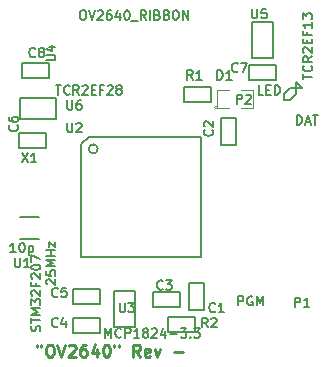
<source format=gto>
G04 (created by PCBNEW (2013-jul-07)-stable) date Sat 18 Apr 2015 04:53:35 PM EDT*
%MOIN*%
G04 Gerber Fmt 3.4, Leading zero omitted, Abs format*
%FSLAX34Y34*%
G01*
G70*
G90*
G04 APERTURE LIST*
%ADD10C,0.00590551*%
%ADD11C,0.01*%
%ADD12C,0.00787402*%
%ADD13C,0.008*%
%ADD14C,0.005*%
%ADD15C,0.0039*%
G04 APERTURE END LIST*
G54D10*
G54D11*
X24752Y-32961D02*
X24752Y-33038D01*
X24904Y-32961D02*
X24904Y-33038D01*
X25152Y-32961D02*
X25228Y-32961D01*
X25266Y-32980D01*
X25304Y-33019D01*
X25323Y-33095D01*
X25323Y-33228D01*
X25304Y-33304D01*
X25266Y-33342D01*
X25228Y-33361D01*
X25152Y-33361D01*
X25114Y-33342D01*
X25076Y-33304D01*
X25057Y-33228D01*
X25057Y-33095D01*
X25076Y-33019D01*
X25114Y-32980D01*
X25152Y-32961D01*
X25438Y-32961D02*
X25571Y-33361D01*
X25704Y-32961D01*
X25819Y-33000D02*
X25838Y-32980D01*
X25876Y-32961D01*
X25971Y-32961D01*
X26009Y-32980D01*
X26028Y-33000D01*
X26047Y-33038D01*
X26047Y-33076D01*
X26028Y-33133D01*
X25800Y-33361D01*
X26047Y-33361D01*
X26390Y-32961D02*
X26314Y-32961D01*
X26276Y-32980D01*
X26257Y-33000D01*
X26219Y-33057D01*
X26200Y-33133D01*
X26200Y-33285D01*
X26219Y-33323D01*
X26238Y-33342D01*
X26276Y-33361D01*
X26352Y-33361D01*
X26390Y-33342D01*
X26409Y-33323D01*
X26428Y-33285D01*
X26428Y-33190D01*
X26409Y-33152D01*
X26390Y-33133D01*
X26352Y-33114D01*
X26276Y-33114D01*
X26238Y-33133D01*
X26219Y-33152D01*
X26200Y-33190D01*
X26771Y-33095D02*
X26771Y-33361D01*
X26676Y-32942D02*
X26580Y-33228D01*
X26828Y-33228D01*
X27057Y-32961D02*
X27095Y-32961D01*
X27133Y-32980D01*
X27152Y-33000D01*
X27171Y-33038D01*
X27190Y-33114D01*
X27190Y-33209D01*
X27171Y-33285D01*
X27152Y-33323D01*
X27133Y-33342D01*
X27095Y-33361D01*
X27057Y-33361D01*
X27019Y-33342D01*
X27000Y-33323D01*
X26980Y-33285D01*
X26961Y-33209D01*
X26961Y-33114D01*
X26980Y-33038D01*
X27000Y-33000D01*
X27019Y-32980D01*
X27057Y-32961D01*
X27342Y-32961D02*
X27342Y-33038D01*
X27495Y-32961D02*
X27495Y-33038D01*
X28200Y-33361D02*
X28066Y-33171D01*
X27971Y-33361D02*
X27971Y-32961D01*
X28123Y-32961D01*
X28161Y-32980D01*
X28180Y-33000D01*
X28200Y-33038D01*
X28200Y-33095D01*
X28180Y-33133D01*
X28161Y-33152D01*
X28123Y-33171D01*
X27971Y-33171D01*
X28523Y-33342D02*
X28485Y-33361D01*
X28409Y-33361D01*
X28371Y-33342D01*
X28352Y-33304D01*
X28352Y-33152D01*
X28371Y-33114D01*
X28409Y-33095D01*
X28485Y-33095D01*
X28523Y-33114D01*
X28542Y-33152D01*
X28542Y-33190D01*
X28352Y-33228D01*
X28676Y-33095D02*
X28771Y-33361D01*
X28866Y-33095D01*
X29323Y-33209D02*
X29628Y-33209D01*
G54D12*
X33000Y-24600D02*
X33000Y-24800D01*
X33200Y-24400D02*
X33000Y-24600D01*
X33600Y-24400D02*
X33200Y-24400D01*
X33200Y-24800D02*
X33400Y-24600D01*
X33000Y-24800D02*
X33200Y-24800D01*
X33400Y-24200D02*
X33400Y-24600D01*
X33600Y-24400D02*
X33400Y-24200D01*
G54D13*
X26784Y-26431D02*
G75*
G03X26784Y-26431I-150J0D01*
G74*
G01*
X30234Y-30031D02*
X30234Y-26031D01*
X30234Y-26031D02*
X26484Y-26031D01*
X26484Y-26031D02*
X26234Y-26281D01*
X26234Y-26281D02*
X26234Y-30031D01*
X26234Y-30031D02*
X30234Y-30031D01*
G54D14*
X25378Y-24724D02*
X25378Y-25424D01*
X25378Y-25424D02*
X24178Y-25424D01*
X24178Y-25424D02*
X24178Y-24724D01*
X24178Y-24724D02*
X25378Y-24724D01*
X27340Y-31154D02*
X28040Y-31154D01*
X28040Y-31154D02*
X28040Y-32354D01*
X28040Y-32354D02*
X27340Y-32354D01*
X27340Y-32354D02*
X27340Y-31154D01*
X31931Y-22219D02*
X32631Y-22219D01*
X32631Y-22219D02*
X32631Y-23419D01*
X32631Y-23419D02*
X31931Y-23419D01*
X31931Y-23419D02*
X31931Y-22219D01*
G54D15*
X30772Y-25063D02*
G75*
G03X30772Y-25063I-50J0D01*
G74*
G01*
X31172Y-25063D02*
X30772Y-25063D01*
X30772Y-25063D02*
X30772Y-24463D01*
X30772Y-24463D02*
X31172Y-24463D01*
X31572Y-24463D02*
X31972Y-24463D01*
X31972Y-24463D02*
X31972Y-25063D01*
X31972Y-25063D02*
X31572Y-25063D01*
G54D14*
X30896Y-26304D02*
X30896Y-25404D01*
X30896Y-25404D02*
X31396Y-25404D01*
X31396Y-25404D02*
X31396Y-26304D01*
X31396Y-26304D02*
X30896Y-26304D01*
X29829Y-31797D02*
X29829Y-30897D01*
X29829Y-30897D02*
X30329Y-30897D01*
X30329Y-30897D02*
X30329Y-31797D01*
X30329Y-31797D02*
X29829Y-31797D01*
X30041Y-32547D02*
X29141Y-32547D01*
X29141Y-32547D02*
X29141Y-32047D01*
X29141Y-32047D02*
X30041Y-32047D01*
X30041Y-32047D02*
X30041Y-32547D01*
X29519Y-31707D02*
X28619Y-31707D01*
X28619Y-31707D02*
X28619Y-31207D01*
X28619Y-31207D02*
X29519Y-31207D01*
X29519Y-31207D02*
X29519Y-31707D01*
X26861Y-32575D02*
X25961Y-32575D01*
X25961Y-32575D02*
X25961Y-32075D01*
X25961Y-32075D02*
X26861Y-32075D01*
X26861Y-32075D02*
X26861Y-32575D01*
X26862Y-31611D02*
X25962Y-31611D01*
X25962Y-31611D02*
X25962Y-31111D01*
X25962Y-31111D02*
X26862Y-31111D01*
X26862Y-31111D02*
X26862Y-31611D01*
X24145Y-25917D02*
X25045Y-25917D01*
X25045Y-25917D02*
X25045Y-26417D01*
X25045Y-26417D02*
X24145Y-26417D01*
X24145Y-26417D02*
X24145Y-25917D01*
X30559Y-24874D02*
X29659Y-24874D01*
X29659Y-24874D02*
X29659Y-24374D01*
X29659Y-24374D02*
X30559Y-24374D01*
X30559Y-24374D02*
X30559Y-24874D01*
G54D10*
X24825Y-28718D02*
X24195Y-28718D01*
X24203Y-29450D02*
X24833Y-29450D01*
G54D14*
X25161Y-24079D02*
X24261Y-24079D01*
X24261Y-24079D02*
X24261Y-23579D01*
X24261Y-23579D02*
X25161Y-23579D01*
X25161Y-23579D02*
X25161Y-24079D01*
X31825Y-23627D02*
X32725Y-23627D01*
X32725Y-23627D02*
X32725Y-24127D01*
X32725Y-24127D02*
X31825Y-24127D01*
X31825Y-24127D02*
X31825Y-23627D01*
G54D10*
X24249Y-26565D02*
X24455Y-26875D01*
X24455Y-26565D02*
X24249Y-26875D01*
X24736Y-26875D02*
X24559Y-26875D01*
X24647Y-26875D02*
X24647Y-26565D01*
X24618Y-26609D01*
X24588Y-26639D01*
X24559Y-26654D01*
X25095Y-30951D02*
X25080Y-30936D01*
X25065Y-30906D01*
X25065Y-30833D01*
X25080Y-30803D01*
X25095Y-30788D01*
X25124Y-30774D01*
X25154Y-30774D01*
X25198Y-30788D01*
X25375Y-30965D01*
X25375Y-30774D01*
X25065Y-30493D02*
X25065Y-30641D01*
X25213Y-30655D01*
X25198Y-30641D01*
X25183Y-30611D01*
X25183Y-30537D01*
X25198Y-30508D01*
X25213Y-30493D01*
X25242Y-30478D01*
X25316Y-30478D01*
X25345Y-30493D01*
X25360Y-30508D01*
X25375Y-30537D01*
X25375Y-30611D01*
X25360Y-30641D01*
X25345Y-30655D01*
X25375Y-30345D02*
X25065Y-30345D01*
X25286Y-30242D01*
X25065Y-30139D01*
X25375Y-30139D01*
X25375Y-29991D02*
X25065Y-29991D01*
X25213Y-29991D02*
X25213Y-29814D01*
X25375Y-29814D02*
X25065Y-29814D01*
X25168Y-29696D02*
X25168Y-29534D01*
X25375Y-29696D01*
X25375Y-29534D01*
X25763Y-25565D02*
X25763Y-25816D01*
X25778Y-25845D01*
X25793Y-25860D01*
X25822Y-25875D01*
X25881Y-25875D01*
X25911Y-25860D01*
X25926Y-25845D01*
X25940Y-25816D01*
X25940Y-25565D01*
X26073Y-25595D02*
X26088Y-25580D01*
X26118Y-25565D01*
X26191Y-25565D01*
X26221Y-25580D01*
X26236Y-25595D01*
X26250Y-25624D01*
X26250Y-25654D01*
X26236Y-25698D01*
X26059Y-25875D01*
X26250Y-25875D01*
X24860Y-32504D02*
X24875Y-32460D01*
X24875Y-32386D01*
X24860Y-32357D01*
X24845Y-32342D01*
X24816Y-32327D01*
X24786Y-32327D01*
X24757Y-32342D01*
X24742Y-32357D01*
X24727Y-32386D01*
X24713Y-32445D01*
X24698Y-32475D01*
X24683Y-32490D01*
X24654Y-32504D01*
X24624Y-32504D01*
X24595Y-32490D01*
X24580Y-32475D01*
X24565Y-32445D01*
X24565Y-32371D01*
X24580Y-32327D01*
X24565Y-32239D02*
X24565Y-32061D01*
X24875Y-32150D02*
X24565Y-32150D01*
X24875Y-31958D02*
X24565Y-31958D01*
X24786Y-31855D01*
X24565Y-31751D01*
X24875Y-31751D01*
X24565Y-31633D02*
X24565Y-31441D01*
X24683Y-31545D01*
X24683Y-31500D01*
X24698Y-31471D01*
X24713Y-31456D01*
X24742Y-31441D01*
X24816Y-31441D01*
X24845Y-31456D01*
X24860Y-31471D01*
X24875Y-31500D01*
X24875Y-31589D01*
X24860Y-31619D01*
X24845Y-31633D01*
X24595Y-31323D02*
X24580Y-31309D01*
X24565Y-31279D01*
X24565Y-31205D01*
X24580Y-31176D01*
X24595Y-31161D01*
X24624Y-31146D01*
X24654Y-31146D01*
X24698Y-31161D01*
X24875Y-31338D01*
X24875Y-31146D01*
X24713Y-30910D02*
X24713Y-31013D01*
X24875Y-31013D02*
X24565Y-31013D01*
X24565Y-30866D01*
X24595Y-30762D02*
X24580Y-30748D01*
X24565Y-30718D01*
X24565Y-30644D01*
X24580Y-30615D01*
X24595Y-30600D01*
X24624Y-30585D01*
X24654Y-30585D01*
X24698Y-30600D01*
X24875Y-30777D01*
X24875Y-30585D01*
X24565Y-30393D02*
X24565Y-30364D01*
X24580Y-30334D01*
X24595Y-30320D01*
X24624Y-30305D01*
X24683Y-30290D01*
X24757Y-30290D01*
X24816Y-30305D01*
X24845Y-30320D01*
X24860Y-30334D01*
X24875Y-30364D01*
X24875Y-30393D01*
X24860Y-30423D01*
X24845Y-30438D01*
X24816Y-30452D01*
X24757Y-30467D01*
X24683Y-30467D01*
X24624Y-30452D01*
X24595Y-30438D01*
X24580Y-30423D01*
X24565Y-30393D01*
X24565Y-30187D02*
X24565Y-29980D01*
X24875Y-30113D01*
X25763Y-24815D02*
X25763Y-25066D01*
X25778Y-25095D01*
X25793Y-25110D01*
X25822Y-25125D01*
X25881Y-25125D01*
X25911Y-25110D01*
X25926Y-25095D01*
X25940Y-25066D01*
X25940Y-24815D01*
X26221Y-24815D02*
X26162Y-24815D01*
X26132Y-24830D01*
X26118Y-24845D01*
X26088Y-24889D01*
X26073Y-24948D01*
X26073Y-25066D01*
X26088Y-25095D01*
X26103Y-25110D01*
X26132Y-25125D01*
X26191Y-25125D01*
X26221Y-25110D01*
X26236Y-25095D01*
X26250Y-25066D01*
X26250Y-24992D01*
X26236Y-24963D01*
X26221Y-24948D01*
X26191Y-24933D01*
X26132Y-24933D01*
X26103Y-24948D01*
X26088Y-24963D01*
X26073Y-24992D01*
X25385Y-24315D02*
X25562Y-24315D01*
X25474Y-24625D02*
X25474Y-24315D01*
X25843Y-24595D02*
X25828Y-24610D01*
X25784Y-24625D01*
X25754Y-24625D01*
X25710Y-24610D01*
X25680Y-24581D01*
X25665Y-24551D01*
X25651Y-24492D01*
X25651Y-24448D01*
X25665Y-24389D01*
X25680Y-24359D01*
X25710Y-24330D01*
X25754Y-24315D01*
X25784Y-24315D01*
X25828Y-24330D01*
X25843Y-24345D01*
X26153Y-24625D02*
X26049Y-24477D01*
X25975Y-24625D02*
X25975Y-24315D01*
X26094Y-24315D01*
X26123Y-24330D01*
X26138Y-24345D01*
X26153Y-24374D01*
X26153Y-24418D01*
X26138Y-24448D01*
X26123Y-24463D01*
X26094Y-24477D01*
X25975Y-24477D01*
X26271Y-24345D02*
X26285Y-24330D01*
X26315Y-24315D01*
X26389Y-24315D01*
X26418Y-24330D01*
X26433Y-24345D01*
X26448Y-24374D01*
X26448Y-24404D01*
X26433Y-24448D01*
X26256Y-24625D01*
X26448Y-24625D01*
X26581Y-24463D02*
X26684Y-24463D01*
X26728Y-24625D02*
X26581Y-24625D01*
X26581Y-24315D01*
X26728Y-24315D01*
X26965Y-24463D02*
X26861Y-24463D01*
X26861Y-24625D02*
X26861Y-24315D01*
X27009Y-24315D01*
X27112Y-24345D02*
X27127Y-24330D01*
X27156Y-24315D01*
X27230Y-24315D01*
X27260Y-24330D01*
X27275Y-24345D01*
X27289Y-24374D01*
X27289Y-24404D01*
X27275Y-24448D01*
X27097Y-24625D01*
X27289Y-24625D01*
X27466Y-24448D02*
X27437Y-24433D01*
X27422Y-24418D01*
X27407Y-24389D01*
X27407Y-24374D01*
X27422Y-24345D01*
X27437Y-24330D01*
X27466Y-24315D01*
X27525Y-24315D01*
X27555Y-24330D01*
X27570Y-24345D01*
X27585Y-24374D01*
X27585Y-24389D01*
X27570Y-24418D01*
X27555Y-24433D01*
X27525Y-24448D01*
X27466Y-24448D01*
X27437Y-24463D01*
X27422Y-24477D01*
X27407Y-24507D01*
X27407Y-24566D01*
X27422Y-24595D01*
X27437Y-24610D01*
X27466Y-24625D01*
X27525Y-24625D01*
X27555Y-24610D01*
X27570Y-24595D01*
X27585Y-24566D01*
X27585Y-24507D01*
X27570Y-24477D01*
X27555Y-24463D01*
X27525Y-24448D01*
X27513Y-31565D02*
X27513Y-31816D01*
X27528Y-31845D01*
X27543Y-31860D01*
X27572Y-31875D01*
X27631Y-31875D01*
X27661Y-31860D01*
X27676Y-31845D01*
X27690Y-31816D01*
X27690Y-31565D01*
X27809Y-31565D02*
X28000Y-31565D01*
X27897Y-31683D01*
X27941Y-31683D01*
X27971Y-31698D01*
X27986Y-31713D01*
X28000Y-31742D01*
X28000Y-31816D01*
X27986Y-31845D01*
X27971Y-31860D01*
X27941Y-31875D01*
X27853Y-31875D01*
X27823Y-31860D01*
X27809Y-31845D01*
X27035Y-32725D02*
X27035Y-32415D01*
X27138Y-32636D01*
X27241Y-32415D01*
X27241Y-32725D01*
X27566Y-32695D02*
X27551Y-32710D01*
X27507Y-32725D01*
X27478Y-32725D01*
X27433Y-32710D01*
X27404Y-32681D01*
X27389Y-32651D01*
X27374Y-32592D01*
X27374Y-32548D01*
X27389Y-32489D01*
X27404Y-32459D01*
X27433Y-32430D01*
X27478Y-32415D01*
X27507Y-32415D01*
X27551Y-32430D01*
X27566Y-32445D01*
X27699Y-32725D02*
X27699Y-32415D01*
X27817Y-32415D01*
X27847Y-32430D01*
X27861Y-32445D01*
X27876Y-32474D01*
X27876Y-32518D01*
X27861Y-32548D01*
X27847Y-32563D01*
X27817Y-32577D01*
X27699Y-32577D01*
X28171Y-32725D02*
X27994Y-32725D01*
X28083Y-32725D02*
X28083Y-32415D01*
X28053Y-32459D01*
X28024Y-32489D01*
X27994Y-32504D01*
X28349Y-32548D02*
X28319Y-32533D01*
X28304Y-32518D01*
X28290Y-32489D01*
X28290Y-32474D01*
X28304Y-32445D01*
X28319Y-32430D01*
X28349Y-32415D01*
X28408Y-32415D01*
X28437Y-32430D01*
X28452Y-32445D01*
X28467Y-32474D01*
X28467Y-32489D01*
X28452Y-32518D01*
X28437Y-32533D01*
X28408Y-32548D01*
X28349Y-32548D01*
X28319Y-32563D01*
X28304Y-32577D01*
X28290Y-32607D01*
X28290Y-32666D01*
X28304Y-32695D01*
X28319Y-32710D01*
X28349Y-32725D01*
X28408Y-32725D01*
X28437Y-32710D01*
X28452Y-32695D01*
X28467Y-32666D01*
X28467Y-32607D01*
X28452Y-32577D01*
X28437Y-32563D01*
X28408Y-32548D01*
X28585Y-32445D02*
X28600Y-32430D01*
X28629Y-32415D01*
X28703Y-32415D01*
X28732Y-32430D01*
X28747Y-32445D01*
X28762Y-32474D01*
X28762Y-32504D01*
X28747Y-32548D01*
X28570Y-32725D01*
X28762Y-32725D01*
X29028Y-32518D02*
X29028Y-32725D01*
X28954Y-32400D02*
X28880Y-32622D01*
X29072Y-32622D01*
X29190Y-32607D02*
X29426Y-32607D01*
X29544Y-32415D02*
X29736Y-32415D01*
X29633Y-32533D01*
X29677Y-32533D01*
X29707Y-32548D01*
X29721Y-32563D01*
X29736Y-32592D01*
X29736Y-32666D01*
X29721Y-32695D01*
X29707Y-32710D01*
X29677Y-32725D01*
X29589Y-32725D01*
X29559Y-32710D01*
X29544Y-32695D01*
X29869Y-32695D02*
X29884Y-32710D01*
X29869Y-32725D01*
X29854Y-32710D01*
X29869Y-32695D01*
X29869Y-32725D01*
X29987Y-32415D02*
X30179Y-32415D01*
X30076Y-32533D01*
X30120Y-32533D01*
X30150Y-32548D01*
X30164Y-32563D01*
X30179Y-32592D01*
X30179Y-32666D01*
X30164Y-32695D01*
X30150Y-32710D01*
X30120Y-32725D01*
X30031Y-32725D01*
X30002Y-32710D01*
X29987Y-32695D01*
X31927Y-21769D02*
X31927Y-22020D01*
X31942Y-22049D01*
X31956Y-22064D01*
X31986Y-22079D01*
X32045Y-22079D01*
X32075Y-22064D01*
X32089Y-22049D01*
X32104Y-22020D01*
X32104Y-21769D01*
X32399Y-21769D02*
X32252Y-21769D01*
X32237Y-21916D01*
X32252Y-21902D01*
X32281Y-21887D01*
X32355Y-21887D01*
X32385Y-21902D01*
X32399Y-21916D01*
X32414Y-21946D01*
X32414Y-22020D01*
X32399Y-22049D01*
X32385Y-22064D01*
X32355Y-22079D01*
X32281Y-22079D01*
X32252Y-22064D01*
X32237Y-22049D01*
X33615Y-24114D02*
X33615Y-23937D01*
X33925Y-24025D02*
X33615Y-24025D01*
X33895Y-23656D02*
X33910Y-23671D01*
X33925Y-23715D01*
X33925Y-23745D01*
X33910Y-23789D01*
X33881Y-23819D01*
X33851Y-23834D01*
X33792Y-23848D01*
X33748Y-23848D01*
X33689Y-23834D01*
X33659Y-23819D01*
X33630Y-23789D01*
X33615Y-23745D01*
X33615Y-23715D01*
X33630Y-23671D01*
X33645Y-23656D01*
X33925Y-23346D02*
X33777Y-23450D01*
X33925Y-23524D02*
X33615Y-23524D01*
X33615Y-23405D01*
X33630Y-23376D01*
X33645Y-23361D01*
X33674Y-23346D01*
X33718Y-23346D01*
X33748Y-23361D01*
X33763Y-23376D01*
X33777Y-23405D01*
X33777Y-23524D01*
X33645Y-23228D02*
X33630Y-23214D01*
X33615Y-23184D01*
X33615Y-23110D01*
X33630Y-23081D01*
X33645Y-23066D01*
X33674Y-23051D01*
X33704Y-23051D01*
X33748Y-23066D01*
X33925Y-23243D01*
X33925Y-23051D01*
X33763Y-22918D02*
X33763Y-22815D01*
X33925Y-22771D02*
X33925Y-22918D01*
X33615Y-22918D01*
X33615Y-22771D01*
X33763Y-22534D02*
X33763Y-22638D01*
X33925Y-22638D02*
X33615Y-22638D01*
X33615Y-22490D01*
X33925Y-22210D02*
X33925Y-22387D01*
X33925Y-22298D02*
X33615Y-22298D01*
X33659Y-22328D01*
X33689Y-22357D01*
X33704Y-22387D01*
X33615Y-22106D02*
X33615Y-21914D01*
X33733Y-22018D01*
X33733Y-21974D01*
X33748Y-21944D01*
X33763Y-21929D01*
X33792Y-21914D01*
X33866Y-21914D01*
X33895Y-21929D01*
X33910Y-21944D01*
X33925Y-21974D01*
X33925Y-22062D01*
X33910Y-22092D01*
X33895Y-22106D01*
X30771Y-24125D02*
X30771Y-23815D01*
X30845Y-23815D01*
X30889Y-23830D01*
X30918Y-23859D01*
X30933Y-23889D01*
X30948Y-23948D01*
X30948Y-23992D01*
X30933Y-24051D01*
X30918Y-24081D01*
X30889Y-24110D01*
X30845Y-24125D01*
X30771Y-24125D01*
X31243Y-24125D02*
X31066Y-24125D01*
X31155Y-24125D02*
X31155Y-23815D01*
X31125Y-23859D01*
X31095Y-23889D01*
X31066Y-23904D01*
X32300Y-24625D02*
X32153Y-24625D01*
X32153Y-24315D01*
X32404Y-24463D02*
X32507Y-24463D01*
X32551Y-24625D02*
X32404Y-24625D01*
X32404Y-24315D01*
X32551Y-24315D01*
X32684Y-24625D02*
X32684Y-24315D01*
X32758Y-24315D01*
X32802Y-24330D01*
X32832Y-24359D01*
X32846Y-24389D01*
X32861Y-24448D01*
X32861Y-24492D01*
X32846Y-24551D01*
X32832Y-24581D01*
X32802Y-24610D01*
X32758Y-24625D01*
X32684Y-24625D01*
X30595Y-25801D02*
X30610Y-25816D01*
X30625Y-25860D01*
X30625Y-25890D01*
X30610Y-25934D01*
X30581Y-25964D01*
X30551Y-25978D01*
X30492Y-25993D01*
X30448Y-25993D01*
X30389Y-25978D01*
X30359Y-25964D01*
X30330Y-25934D01*
X30315Y-25890D01*
X30315Y-25860D01*
X30330Y-25816D01*
X30345Y-25801D01*
X30345Y-25683D02*
X30330Y-25668D01*
X30315Y-25639D01*
X30315Y-25565D01*
X30330Y-25535D01*
X30345Y-25521D01*
X30374Y-25506D01*
X30404Y-25506D01*
X30448Y-25521D01*
X30625Y-25698D01*
X30625Y-25506D01*
X30698Y-31845D02*
X30683Y-31860D01*
X30639Y-31875D01*
X30609Y-31875D01*
X30565Y-31860D01*
X30535Y-31831D01*
X30521Y-31801D01*
X30506Y-31742D01*
X30506Y-31698D01*
X30521Y-31639D01*
X30535Y-31609D01*
X30565Y-31580D01*
X30609Y-31565D01*
X30639Y-31565D01*
X30683Y-31580D01*
X30698Y-31595D01*
X30993Y-31875D02*
X30816Y-31875D01*
X30905Y-31875D02*
X30905Y-31565D01*
X30875Y-31609D01*
X30845Y-31639D01*
X30816Y-31654D01*
X30448Y-32375D02*
X30345Y-32227D01*
X30271Y-32375D02*
X30271Y-32065D01*
X30389Y-32065D01*
X30418Y-32080D01*
X30433Y-32095D01*
X30448Y-32124D01*
X30448Y-32168D01*
X30433Y-32198D01*
X30418Y-32213D01*
X30389Y-32227D01*
X30271Y-32227D01*
X30566Y-32095D02*
X30581Y-32080D01*
X30610Y-32065D01*
X30684Y-32065D01*
X30714Y-32080D01*
X30728Y-32095D01*
X30743Y-32124D01*
X30743Y-32154D01*
X30728Y-32198D01*
X30551Y-32375D01*
X30743Y-32375D01*
X28948Y-31095D02*
X28933Y-31110D01*
X28889Y-31125D01*
X28859Y-31125D01*
X28815Y-31110D01*
X28785Y-31081D01*
X28771Y-31051D01*
X28756Y-30992D01*
X28756Y-30948D01*
X28771Y-30889D01*
X28785Y-30859D01*
X28815Y-30830D01*
X28859Y-30815D01*
X28889Y-30815D01*
X28933Y-30830D01*
X28948Y-30845D01*
X29051Y-30815D02*
X29243Y-30815D01*
X29140Y-30933D01*
X29184Y-30933D01*
X29214Y-30948D01*
X29228Y-30963D01*
X29243Y-30992D01*
X29243Y-31066D01*
X29228Y-31095D01*
X29214Y-31110D01*
X29184Y-31125D01*
X29095Y-31125D01*
X29066Y-31110D01*
X29051Y-31095D01*
X25448Y-32345D02*
X25433Y-32360D01*
X25389Y-32375D01*
X25359Y-32375D01*
X25315Y-32360D01*
X25285Y-32331D01*
X25271Y-32301D01*
X25256Y-32242D01*
X25256Y-32198D01*
X25271Y-32139D01*
X25285Y-32109D01*
X25315Y-32080D01*
X25359Y-32065D01*
X25389Y-32065D01*
X25433Y-32080D01*
X25448Y-32095D01*
X25714Y-32168D02*
X25714Y-32375D01*
X25640Y-32050D02*
X25566Y-32272D01*
X25758Y-32272D01*
X25448Y-31345D02*
X25433Y-31360D01*
X25389Y-31375D01*
X25359Y-31375D01*
X25315Y-31360D01*
X25285Y-31331D01*
X25271Y-31301D01*
X25256Y-31242D01*
X25256Y-31198D01*
X25271Y-31139D01*
X25285Y-31109D01*
X25315Y-31080D01*
X25359Y-31065D01*
X25389Y-31065D01*
X25433Y-31080D01*
X25448Y-31095D01*
X25728Y-31065D02*
X25581Y-31065D01*
X25566Y-31213D01*
X25581Y-31198D01*
X25610Y-31183D01*
X25684Y-31183D01*
X25714Y-31198D01*
X25728Y-31213D01*
X25743Y-31242D01*
X25743Y-31316D01*
X25728Y-31345D01*
X25714Y-31360D01*
X25684Y-31375D01*
X25610Y-31375D01*
X25581Y-31360D01*
X25566Y-31345D01*
X24095Y-25651D02*
X24110Y-25666D01*
X24125Y-25710D01*
X24125Y-25740D01*
X24110Y-25784D01*
X24081Y-25814D01*
X24051Y-25828D01*
X23992Y-25843D01*
X23948Y-25843D01*
X23889Y-25828D01*
X23859Y-25814D01*
X23830Y-25784D01*
X23815Y-25740D01*
X23815Y-25710D01*
X23830Y-25666D01*
X23845Y-25651D01*
X23815Y-25385D02*
X23815Y-25445D01*
X23830Y-25474D01*
X23845Y-25489D01*
X23889Y-25518D01*
X23948Y-25533D01*
X24066Y-25533D01*
X24095Y-25518D01*
X24110Y-25504D01*
X24125Y-25474D01*
X24125Y-25415D01*
X24110Y-25385D01*
X24095Y-25371D01*
X24066Y-25356D01*
X23992Y-25356D01*
X23963Y-25371D01*
X23948Y-25385D01*
X23933Y-25415D01*
X23933Y-25474D01*
X23948Y-25504D01*
X23963Y-25518D01*
X23992Y-25533D01*
X29948Y-24125D02*
X29845Y-23977D01*
X29771Y-24125D02*
X29771Y-23815D01*
X29889Y-23815D01*
X29918Y-23830D01*
X29933Y-23845D01*
X29948Y-23874D01*
X29948Y-23918D01*
X29933Y-23948D01*
X29918Y-23963D01*
X29889Y-23977D01*
X29771Y-23977D01*
X30243Y-24125D02*
X30066Y-24125D01*
X30155Y-24125D02*
X30155Y-23815D01*
X30125Y-23859D01*
X30095Y-23889D01*
X30066Y-23904D01*
X31422Y-24930D02*
X31422Y-24620D01*
X31540Y-24620D01*
X31569Y-24635D01*
X31584Y-24649D01*
X31599Y-24679D01*
X31599Y-24723D01*
X31584Y-24753D01*
X31569Y-24767D01*
X31540Y-24782D01*
X31422Y-24782D01*
X31717Y-24649D02*
X31732Y-24635D01*
X31761Y-24620D01*
X31835Y-24620D01*
X31865Y-24635D01*
X31879Y-24649D01*
X31894Y-24679D01*
X31894Y-24708D01*
X31879Y-24753D01*
X31702Y-24930D01*
X31894Y-24930D01*
X33417Y-25625D02*
X33417Y-25315D01*
X33491Y-25315D01*
X33535Y-25330D01*
X33565Y-25359D01*
X33580Y-25389D01*
X33595Y-25448D01*
X33595Y-25492D01*
X33580Y-25551D01*
X33565Y-25581D01*
X33535Y-25610D01*
X33491Y-25625D01*
X33417Y-25625D01*
X33713Y-25536D02*
X33860Y-25536D01*
X33683Y-25625D02*
X33786Y-25315D01*
X33890Y-25625D01*
X33949Y-25315D02*
X34126Y-25315D01*
X34037Y-25625D02*
X34037Y-25315D01*
X33364Y-31697D02*
X33364Y-31387D01*
X33482Y-31387D01*
X33512Y-31402D01*
X33527Y-31417D01*
X33541Y-31446D01*
X33541Y-31490D01*
X33527Y-31520D01*
X33512Y-31535D01*
X33482Y-31550D01*
X33364Y-31550D01*
X33837Y-31697D02*
X33659Y-31697D01*
X33748Y-31697D02*
X33748Y-31387D01*
X33718Y-31431D01*
X33689Y-31461D01*
X33659Y-31476D01*
X31464Y-31653D02*
X31464Y-31343D01*
X31582Y-31343D01*
X31611Y-31358D01*
X31626Y-31373D01*
X31641Y-31402D01*
X31641Y-31446D01*
X31626Y-31476D01*
X31611Y-31491D01*
X31582Y-31506D01*
X31464Y-31506D01*
X31936Y-31358D02*
X31907Y-31343D01*
X31862Y-31343D01*
X31818Y-31358D01*
X31788Y-31387D01*
X31774Y-31417D01*
X31759Y-31476D01*
X31759Y-31520D01*
X31774Y-31579D01*
X31788Y-31609D01*
X31818Y-31638D01*
X31862Y-31653D01*
X31892Y-31653D01*
X31936Y-31638D01*
X31951Y-31624D01*
X31951Y-31520D01*
X31892Y-31520D01*
X32084Y-31653D02*
X32084Y-31343D01*
X32187Y-31565D01*
X32290Y-31343D01*
X32290Y-31653D01*
X24013Y-30065D02*
X24013Y-30316D01*
X24028Y-30345D01*
X24043Y-30360D01*
X24072Y-30375D01*
X24131Y-30375D01*
X24161Y-30360D01*
X24176Y-30345D01*
X24190Y-30316D01*
X24190Y-30065D01*
X24500Y-30375D02*
X24323Y-30375D01*
X24412Y-30375D02*
X24412Y-30065D01*
X24382Y-30109D01*
X24353Y-30139D01*
X24323Y-30154D01*
X24050Y-29875D02*
X23873Y-29875D01*
X23962Y-29875D02*
X23962Y-29565D01*
X23932Y-29609D01*
X23903Y-29639D01*
X23873Y-29654D01*
X24242Y-29565D02*
X24272Y-29565D01*
X24301Y-29580D01*
X24316Y-29595D01*
X24331Y-29624D01*
X24345Y-29683D01*
X24345Y-29757D01*
X24331Y-29816D01*
X24316Y-29845D01*
X24301Y-29860D01*
X24272Y-29875D01*
X24242Y-29875D01*
X24213Y-29860D01*
X24198Y-29845D01*
X24183Y-29816D01*
X24168Y-29757D01*
X24168Y-29683D01*
X24183Y-29624D01*
X24198Y-29595D01*
X24213Y-29580D01*
X24242Y-29565D01*
X24478Y-29668D02*
X24478Y-29978D01*
X24478Y-29683D02*
X24508Y-29668D01*
X24567Y-29668D01*
X24596Y-29683D01*
X24611Y-29698D01*
X24626Y-29727D01*
X24626Y-29816D01*
X24611Y-29845D01*
X24596Y-29860D01*
X24567Y-29875D01*
X24508Y-29875D01*
X24478Y-29860D01*
X24698Y-23345D02*
X24683Y-23360D01*
X24639Y-23375D01*
X24609Y-23375D01*
X24565Y-23360D01*
X24535Y-23331D01*
X24521Y-23301D01*
X24506Y-23242D01*
X24506Y-23198D01*
X24521Y-23139D01*
X24535Y-23109D01*
X24565Y-23080D01*
X24609Y-23065D01*
X24639Y-23065D01*
X24683Y-23080D01*
X24698Y-23095D01*
X24875Y-23198D02*
X24845Y-23183D01*
X24831Y-23168D01*
X24816Y-23139D01*
X24816Y-23124D01*
X24831Y-23095D01*
X24845Y-23080D01*
X24875Y-23065D01*
X24934Y-23065D01*
X24964Y-23080D01*
X24978Y-23095D01*
X24993Y-23124D01*
X24993Y-23139D01*
X24978Y-23168D01*
X24964Y-23183D01*
X24934Y-23198D01*
X24875Y-23198D01*
X24845Y-23213D01*
X24831Y-23227D01*
X24816Y-23257D01*
X24816Y-23316D01*
X24831Y-23345D01*
X24845Y-23360D01*
X24875Y-23375D01*
X24934Y-23375D01*
X24964Y-23360D01*
X24978Y-23345D01*
X24993Y-23316D01*
X24993Y-23257D01*
X24978Y-23227D01*
X24964Y-23213D01*
X24934Y-23198D01*
X31448Y-23845D02*
X31433Y-23860D01*
X31389Y-23875D01*
X31359Y-23875D01*
X31315Y-23860D01*
X31285Y-23831D01*
X31271Y-23801D01*
X31256Y-23742D01*
X31256Y-23698D01*
X31271Y-23639D01*
X31285Y-23609D01*
X31315Y-23580D01*
X31359Y-23565D01*
X31389Y-23565D01*
X31433Y-23580D01*
X31448Y-23595D01*
X31551Y-23565D02*
X31758Y-23565D01*
X31625Y-23875D01*
X25065Y-23486D02*
X25316Y-23486D01*
X25345Y-23471D01*
X25360Y-23456D01*
X25375Y-23427D01*
X25375Y-23368D01*
X25360Y-23338D01*
X25345Y-23323D01*
X25316Y-23309D01*
X25065Y-23309D01*
X25168Y-23028D02*
X25375Y-23028D01*
X25050Y-23102D02*
X25272Y-23176D01*
X25272Y-22984D01*
X26265Y-21815D02*
X26324Y-21815D01*
X26354Y-21830D01*
X26383Y-21859D01*
X26398Y-21918D01*
X26398Y-22022D01*
X26383Y-22081D01*
X26354Y-22110D01*
X26324Y-22125D01*
X26265Y-22125D01*
X26235Y-22110D01*
X26206Y-22081D01*
X26191Y-22022D01*
X26191Y-21918D01*
X26206Y-21859D01*
X26235Y-21830D01*
X26265Y-21815D01*
X26486Y-21815D02*
X26590Y-22125D01*
X26693Y-21815D01*
X26782Y-21845D02*
X26796Y-21830D01*
X26826Y-21815D01*
X26900Y-21815D01*
X26929Y-21830D01*
X26944Y-21845D01*
X26959Y-21874D01*
X26959Y-21904D01*
X26944Y-21948D01*
X26767Y-22125D01*
X26959Y-22125D01*
X27225Y-21815D02*
X27165Y-21815D01*
X27136Y-21830D01*
X27121Y-21845D01*
X27092Y-21889D01*
X27077Y-21948D01*
X27077Y-22066D01*
X27092Y-22095D01*
X27106Y-22110D01*
X27136Y-22125D01*
X27195Y-22125D01*
X27225Y-22110D01*
X27239Y-22095D01*
X27254Y-22066D01*
X27254Y-21992D01*
X27239Y-21963D01*
X27225Y-21948D01*
X27195Y-21933D01*
X27136Y-21933D01*
X27106Y-21948D01*
X27092Y-21963D01*
X27077Y-21992D01*
X27520Y-21918D02*
X27520Y-22125D01*
X27446Y-21800D02*
X27372Y-22022D01*
X27564Y-22022D01*
X27741Y-21815D02*
X27771Y-21815D01*
X27800Y-21830D01*
X27815Y-21845D01*
X27830Y-21874D01*
X27845Y-21933D01*
X27845Y-22007D01*
X27830Y-22066D01*
X27815Y-22095D01*
X27800Y-22110D01*
X27771Y-22125D01*
X27741Y-22125D01*
X27712Y-22110D01*
X27697Y-22095D01*
X27682Y-22066D01*
X27667Y-22007D01*
X27667Y-21933D01*
X27682Y-21874D01*
X27697Y-21845D01*
X27712Y-21830D01*
X27741Y-21815D01*
X27904Y-22155D02*
X28140Y-22155D01*
X28391Y-22125D02*
X28287Y-21977D01*
X28214Y-22125D02*
X28214Y-21815D01*
X28332Y-21815D01*
X28361Y-21830D01*
X28376Y-21845D01*
X28391Y-21874D01*
X28391Y-21918D01*
X28376Y-21948D01*
X28361Y-21963D01*
X28332Y-21977D01*
X28214Y-21977D01*
X28524Y-22125D02*
X28524Y-21815D01*
X28775Y-21963D02*
X28819Y-21977D01*
X28834Y-21992D01*
X28848Y-22022D01*
X28848Y-22066D01*
X28834Y-22095D01*
X28819Y-22110D01*
X28789Y-22125D01*
X28671Y-22125D01*
X28671Y-21815D01*
X28775Y-21815D01*
X28804Y-21830D01*
X28819Y-21845D01*
X28834Y-21874D01*
X28834Y-21904D01*
X28819Y-21933D01*
X28804Y-21948D01*
X28775Y-21963D01*
X28671Y-21963D01*
X29085Y-21963D02*
X29129Y-21977D01*
X29144Y-21992D01*
X29158Y-22022D01*
X29158Y-22066D01*
X29144Y-22095D01*
X29129Y-22110D01*
X29099Y-22125D01*
X28981Y-22125D01*
X28981Y-21815D01*
X29085Y-21815D01*
X29114Y-21830D01*
X29129Y-21845D01*
X29144Y-21874D01*
X29144Y-21904D01*
X29129Y-21933D01*
X29114Y-21948D01*
X29085Y-21963D01*
X28981Y-21963D01*
X29350Y-21815D02*
X29409Y-21815D01*
X29439Y-21830D01*
X29468Y-21859D01*
X29483Y-21918D01*
X29483Y-22022D01*
X29468Y-22081D01*
X29439Y-22110D01*
X29409Y-22125D01*
X29350Y-22125D01*
X29321Y-22110D01*
X29291Y-22081D01*
X29276Y-22022D01*
X29276Y-21918D01*
X29291Y-21859D01*
X29321Y-21830D01*
X29350Y-21815D01*
X29616Y-22125D02*
X29616Y-21815D01*
X29793Y-22125D01*
X29793Y-21815D01*
M02*

</source>
